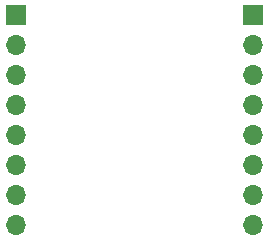
<source format=gbr>
%TF.GenerationSoftware,KiCad,Pcbnew,8.0.5*%
%TF.CreationDate,2024-11-10T02:12:05-07:00*%
%TF.ProjectId,2024_11_ADC_ADS8689,32303234-5f31-4315-9f41-44435f414453,rev?*%
%TF.SameCoordinates,Original*%
%TF.FileFunction,Soldermask,Bot*%
%TF.FilePolarity,Negative*%
%FSLAX46Y46*%
G04 Gerber Fmt 4.6, Leading zero omitted, Abs format (unit mm)*
G04 Created by KiCad (PCBNEW 8.0.5) date 2024-11-10 02:12:05*
%MOMM*%
%LPD*%
G01*
G04 APERTURE LIST*
%ADD10R,1.700000X1.700000*%
%ADD11O,1.700000X1.700000*%
G04 APERTURE END LIST*
D10*
%TO.C,J5*%
X102092800Y-53670200D03*
D11*
X102092800Y-56210200D03*
X102092800Y-58750200D03*
X102092800Y-61290200D03*
X102092800Y-63830200D03*
X102092800Y-66370200D03*
X102092800Y-68910200D03*
X102092800Y-71450200D03*
%TD*%
D10*
%TO.C,J4*%
X82067400Y-53670200D03*
D11*
X82067400Y-56210200D03*
X82067400Y-58750200D03*
X82067400Y-61290200D03*
X82067400Y-63830200D03*
X82067400Y-66370200D03*
X82067400Y-68910200D03*
X82067400Y-71450200D03*
%TD*%
M02*

</source>
